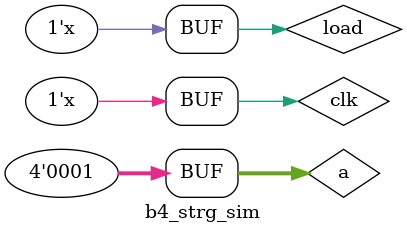
<source format=v>
`timescale 1ns / 1ps


module b4_strg_sim;

	// Inputs
	reg [3:0] a;
	reg clk;
	reg load;

	// Outputs
	wire q;

	// Instantiate the Unit Under Test (UUT)
	b4_strg uut (
		.a(a), 
		.clk(clk), 
		.load(load), 
		.q(q)
	);

	initial clk <= 0;
	always #(10)
	clk <= ~clk;
	
	initial load <=0;
	always #(100)
	load <= ~load;
	
	initial a [3:0] = 4'b0001;
      
endmodule


</source>
